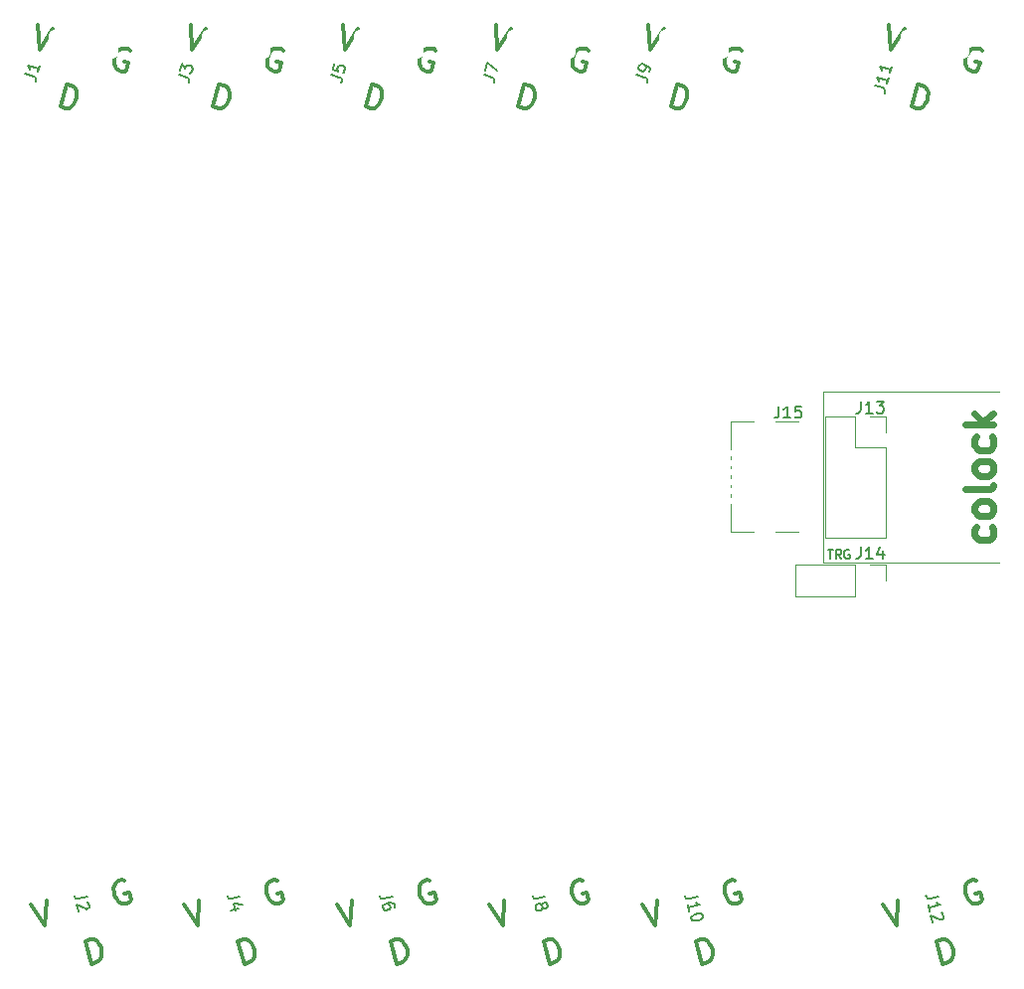
<source format=gto>
G04 #@! TF.GenerationSoftware,KiCad,Pcbnew,(5.1.10)-1*
G04 #@! TF.CreationDate,2021-11-24T21:38:53+01:00*
G04 #@! TF.ProjectId,pcb,7063622e-6b69-4636-9164-5f7063625858,rev?*
G04 #@! TF.SameCoordinates,Original*
G04 #@! TF.FileFunction,Legend,Top*
G04 #@! TF.FilePolarity,Positive*
%FSLAX46Y46*%
G04 Gerber Fmt 4.6, Leading zero omitted, Abs format (unit mm)*
G04 Created by KiCad (PCBNEW (5.1.10)-1) date 2021-11-24 21:38:53*
%MOMM*%
%LPD*%
G01*
G04 APERTURE LIST*
%ADD10C,0.160000*%
%ADD11C,0.600000*%
%ADD12C,0.120000*%
%ADD13C,0.150000*%
%ADD14C,0.300000*%
%ADD15C,0.600000*%
%ADD16O,1.700000X1.700000*%
%ADD17R,1.700000X1.700000*%
%ADD18C,1.600000*%
%ADD19O,1.700000X1.000000*%
%ADD20R,1.600000X0.700000*%
%ADD21R,1.600000X0.900000*%
%ADD22R,1.600000X0.800000*%
G04 APERTURE END LIST*
D10*
X129809523Y-106200000D02*
X129733333Y-106161904D01*
X129619047Y-106161904D01*
X129504761Y-106200000D01*
X129428571Y-106276190D01*
X129390476Y-106352380D01*
X129352380Y-106504761D01*
X129352380Y-106619047D01*
X129390476Y-106771428D01*
X129428571Y-106847619D01*
X129504761Y-106923809D01*
X129619047Y-106961904D01*
X129695238Y-106961904D01*
X129809523Y-106923809D01*
X129847619Y-106885714D01*
X129847619Y-106619047D01*
X129695238Y-106619047D01*
X129147619Y-106961904D02*
X128880952Y-106580952D01*
X128690476Y-106961904D02*
X128690476Y-106161904D01*
X128995238Y-106161904D01*
X129071428Y-106200000D01*
X129109523Y-106238095D01*
X129147619Y-106314285D01*
X129147619Y-106428571D01*
X129109523Y-106504761D01*
X129071428Y-106542857D01*
X128995238Y-106580952D01*
X128690476Y-106580952D01*
X127971428Y-106161904D02*
X128428571Y-106161904D01*
X128200000Y-106961904D02*
X128200000Y-106161904D01*
D11*
X141971428Y-104228571D02*
X142085714Y-104457142D01*
X142085714Y-104914285D01*
X141971428Y-105142857D01*
X141857142Y-105257142D01*
X141628571Y-105371428D01*
X140942857Y-105371428D01*
X140714285Y-105257142D01*
X140600000Y-105142857D01*
X140485714Y-104914285D01*
X140485714Y-104457142D01*
X140600000Y-104228571D01*
X142085714Y-102857142D02*
X141971428Y-103085714D01*
X141857142Y-103200000D01*
X141628571Y-103314285D01*
X140942857Y-103314285D01*
X140714285Y-103200000D01*
X140600000Y-103085714D01*
X140485714Y-102857142D01*
X140485714Y-102514285D01*
X140600000Y-102285714D01*
X140714285Y-102171428D01*
X140942857Y-102057142D01*
X141628571Y-102057142D01*
X141857142Y-102171428D01*
X141971428Y-102285714D01*
X142085714Y-102514285D01*
X142085714Y-102857142D01*
X142085714Y-100685714D02*
X141971428Y-100914285D01*
X141742857Y-101028571D01*
X139685714Y-101028571D01*
X142085714Y-99428571D02*
X141971428Y-99657142D01*
X141857142Y-99771428D01*
X141628571Y-99885714D01*
X140942857Y-99885714D01*
X140714285Y-99771428D01*
X140600000Y-99657142D01*
X140485714Y-99428571D01*
X140485714Y-99085714D01*
X140600000Y-98857142D01*
X140714285Y-98742857D01*
X140942857Y-98628571D01*
X141628571Y-98628571D01*
X141857142Y-98742857D01*
X141971428Y-98857142D01*
X142085714Y-99085714D01*
X142085714Y-99428571D01*
X141971428Y-96571428D02*
X142085714Y-96800000D01*
X142085714Y-97257142D01*
X141971428Y-97485714D01*
X141857142Y-97600000D01*
X141628571Y-97714285D01*
X140942857Y-97714285D01*
X140714285Y-97600000D01*
X140600000Y-97485714D01*
X140485714Y-97257142D01*
X140485714Y-96800000D01*
X140600000Y-96571428D01*
X142085714Y-95542857D02*
X139685714Y-95542857D01*
X141171428Y-95314285D02*
X142085714Y-94628571D01*
X140485714Y-94628571D02*
X141400000Y-95542857D01*
D12*
X127600000Y-107300000D02*
X142600000Y-107300000D01*
X127600000Y-92700000D02*
X127600000Y-107300000D01*
X127600000Y-92700000D02*
X142600000Y-92700000D01*
X127730000Y-94870000D02*
X130330000Y-94870000D01*
X127730000Y-94870000D02*
X127730000Y-105150000D01*
X127730000Y-105150000D02*
X132930000Y-105150000D01*
X132930000Y-97470000D02*
X132930000Y-105150000D01*
X130330000Y-97470000D02*
X132930000Y-97470000D01*
X130330000Y-94870000D02*
X130330000Y-97470000D01*
X132930000Y-94870000D02*
X132930000Y-96200000D01*
X131600000Y-94870000D02*
X132930000Y-94870000D01*
X119750000Y-95300000D02*
X119750000Y-104700000D01*
X125450000Y-104700000D02*
X123550000Y-104700000D01*
X121650000Y-104700000D02*
X119750000Y-104700000D01*
X125450000Y-95300000D02*
X123550000Y-95300000D01*
X121650000Y-95300000D02*
X119750000Y-95300000D01*
X125190000Y-107470000D02*
X125190000Y-110130000D01*
X130330000Y-107470000D02*
X125190000Y-107470000D01*
X130330000Y-110130000D02*
X125190000Y-110130000D01*
X130330000Y-107470000D02*
X130330000Y-110130000D01*
X131600000Y-107470000D02*
X132930000Y-107470000D01*
X132930000Y-107470000D02*
X132930000Y-108800000D01*
D13*
X130790476Y-93552380D02*
X130790476Y-94266666D01*
X130742857Y-94409523D01*
X130647619Y-94504761D01*
X130504761Y-94552380D01*
X130409523Y-94552380D01*
X131790476Y-94552380D02*
X131219047Y-94552380D01*
X131504761Y-94552380D02*
X131504761Y-93552380D01*
X131409523Y-93695238D01*
X131314285Y-93790476D01*
X131219047Y-93838095D01*
X132123809Y-93552380D02*
X132742857Y-93552380D01*
X132409523Y-93933333D01*
X132552380Y-93933333D01*
X132647619Y-93980952D01*
X132695238Y-94028571D01*
X132742857Y-94123809D01*
X132742857Y-94361904D01*
X132695238Y-94457142D01*
X132647619Y-94504761D01*
X132552380Y-94552380D01*
X132266666Y-94552380D01*
X132171428Y-94504761D01*
X132123809Y-94457142D01*
X72692261Y-65743155D02*
X73382208Y-65928025D01*
X73507873Y-66010996D01*
X73575217Y-66127638D01*
X73584239Y-66277953D01*
X73559589Y-66369946D01*
X72790859Y-65375183D02*
X72951080Y-64777229D01*
X73232779Y-65197802D01*
X73269753Y-65059813D01*
X73340399Y-64980144D01*
X73398720Y-64946473D01*
X73503038Y-64925125D01*
X73733020Y-64986749D01*
X73812689Y-65057395D01*
X73846360Y-65115716D01*
X73867707Y-65220034D01*
X73793759Y-65496013D01*
X73723113Y-65575681D01*
X73664792Y-65609353D01*
D14*
X73711729Y-61478483D02*
X73838042Y-63582880D01*
X74999631Y-61823575D01*
X75612839Y-68458360D02*
X76130477Y-66526508D01*
X76590442Y-66649755D01*
X76841771Y-66815696D01*
X76976458Y-67048981D01*
X77019152Y-67257616D01*
X77012547Y-67650237D01*
X76938599Y-67926216D01*
X76748008Y-68269539D01*
X76606716Y-68428875D01*
X76373432Y-68563562D01*
X76072803Y-68581607D01*
X75612839Y-68458360D01*
X81598473Y-63690327D02*
X81439136Y-63549035D01*
X81163157Y-63475086D01*
X80862529Y-63493131D01*
X80629244Y-63627818D01*
X80487953Y-63787155D01*
X80297362Y-64130477D01*
X80223414Y-64406456D01*
X80216809Y-64799077D01*
X80259503Y-65007712D01*
X80394190Y-65240997D01*
X80645519Y-65406938D01*
X80829505Y-65456237D01*
X81130133Y-65438192D01*
X81246776Y-65370849D01*
X81419322Y-64726898D01*
X81051350Y-64628301D01*
D13*
X137389765Y-135758404D02*
X136699818Y-135943275D01*
X136549503Y-135934253D01*
X136432861Y-135866909D01*
X136349890Y-135741244D01*
X136325241Y-135649251D01*
X136682658Y-136983149D02*
X136534761Y-136431191D01*
X136608710Y-136707170D02*
X137574635Y-136448351D01*
X137411997Y-136393332D01*
X137295354Y-136325989D01*
X137224708Y-136246321D01*
X137655188Y-137116951D02*
X137713510Y-137150623D01*
X137784156Y-137230291D01*
X137845779Y-137460273D01*
X137824432Y-137564591D01*
X137790760Y-137622912D01*
X137711092Y-137693558D01*
X137619099Y-137718208D01*
X137468785Y-137709185D01*
X136768931Y-137305124D01*
X136929152Y-137903078D01*
D14*
X140580835Y-134377821D02*
X140372199Y-134335127D01*
X140096220Y-134409075D01*
X139844891Y-134575016D01*
X139710204Y-134808301D01*
X139667510Y-135016936D01*
X139674115Y-135409557D01*
X139748063Y-135685536D01*
X139938654Y-136028859D01*
X140079946Y-136188195D01*
X140313230Y-136322882D01*
X140613859Y-136340927D01*
X140797844Y-136291628D01*
X141049174Y-136125687D01*
X141116517Y-136009044D01*
X140943971Y-135365094D01*
X140576000Y-135463691D01*
X137768200Y-141451578D02*
X137250562Y-139519727D01*
X137710527Y-139396479D01*
X138011155Y-139414524D01*
X138244440Y-139549211D01*
X138385731Y-139708548D01*
X138576322Y-140051870D01*
X138650270Y-140327849D01*
X138656875Y-140720470D01*
X138614181Y-140929105D01*
X138479494Y-141162390D01*
X138228165Y-141328331D01*
X137768200Y-141451578D01*
X132644792Y-136405679D02*
X133806381Y-138164984D01*
X133932694Y-136060587D01*
D13*
X116889765Y-135758404D02*
X116199818Y-135943275D01*
X116049503Y-135934253D01*
X115932861Y-135866909D01*
X115849890Y-135741244D01*
X115825241Y-135649251D01*
X116182658Y-136983149D02*
X116034761Y-136431191D01*
X116108710Y-136707170D02*
X117074635Y-136448351D01*
X116911997Y-136393332D01*
X116795354Y-136325989D01*
X116724708Y-136246321D01*
X117308805Y-137322284D02*
X117333454Y-137414277D01*
X117312107Y-137518595D01*
X117278436Y-137576916D01*
X117198767Y-137647562D01*
X117027106Y-137742857D01*
X116797124Y-137804481D01*
X116600813Y-137807783D01*
X116496496Y-137786436D01*
X116438174Y-137752764D01*
X116367529Y-137673096D01*
X116342879Y-137581103D01*
X116364226Y-137476785D01*
X116397898Y-137418464D01*
X116477566Y-137347818D01*
X116649227Y-137252523D01*
X116879210Y-137190899D01*
X117075520Y-137187597D01*
X117179838Y-137208944D01*
X117238159Y-137242616D01*
X117308805Y-137322284D01*
D14*
X120080835Y-134377821D02*
X119872199Y-134335127D01*
X119596220Y-134409075D01*
X119344891Y-134575016D01*
X119210204Y-134808301D01*
X119167510Y-135016936D01*
X119174115Y-135409557D01*
X119248063Y-135685536D01*
X119438654Y-136028859D01*
X119579946Y-136188195D01*
X119813230Y-136322882D01*
X120113859Y-136340927D01*
X120297844Y-136291628D01*
X120549174Y-136125687D01*
X120616517Y-136009044D01*
X120443971Y-135365094D01*
X120076000Y-135463691D01*
X117268200Y-141451578D02*
X116750562Y-139519727D01*
X117210527Y-139396479D01*
X117511155Y-139414524D01*
X117744440Y-139549211D01*
X117885731Y-139708548D01*
X118076322Y-140051870D01*
X118150270Y-140327849D01*
X118156875Y-140720470D01*
X118114181Y-140929105D01*
X117979494Y-141162390D01*
X117728165Y-141328331D01*
X117268200Y-141451578D01*
X112144792Y-136405679D02*
X113306381Y-138164984D01*
X113432694Y-136060587D01*
D13*
X103889765Y-135758404D02*
X103199818Y-135943275D01*
X103049503Y-135934253D01*
X102932861Y-135866909D01*
X102849890Y-135741244D01*
X102825241Y-135649251D01*
X103636018Y-136467281D02*
X103657365Y-136362963D01*
X103691037Y-136304642D01*
X103770705Y-136233996D01*
X103816701Y-136221671D01*
X103921019Y-136243018D01*
X103979340Y-136276690D01*
X104049986Y-136356358D01*
X104099285Y-136540344D01*
X104077938Y-136644662D01*
X104044266Y-136702983D01*
X103964598Y-136773629D01*
X103918601Y-136785954D01*
X103814284Y-136764607D01*
X103755962Y-136730935D01*
X103685317Y-136651267D01*
X103636018Y-136467281D01*
X103565372Y-136387612D01*
X103507051Y-136353941D01*
X103402733Y-136332594D01*
X103218747Y-136381893D01*
X103139079Y-136452538D01*
X103105407Y-136510860D01*
X103084060Y-136615177D01*
X103133359Y-136799163D01*
X103204005Y-136878831D01*
X103262326Y-136912503D01*
X103366644Y-136933850D01*
X103550630Y-136884551D01*
X103630298Y-136813905D01*
X103663970Y-136755584D01*
X103685317Y-136651267D01*
D14*
X107080835Y-134377821D02*
X106872199Y-134335127D01*
X106596220Y-134409075D01*
X106344891Y-134575016D01*
X106210204Y-134808301D01*
X106167510Y-135016936D01*
X106174115Y-135409557D01*
X106248063Y-135685536D01*
X106438654Y-136028859D01*
X106579946Y-136188195D01*
X106813230Y-136322882D01*
X107113859Y-136340927D01*
X107297844Y-136291628D01*
X107549174Y-136125687D01*
X107616517Y-136009044D01*
X107443971Y-135365094D01*
X107076000Y-135463691D01*
X104268200Y-141451578D02*
X103750562Y-139519727D01*
X104210527Y-139396479D01*
X104511155Y-139414524D01*
X104744440Y-139549211D01*
X104885731Y-139708548D01*
X105076322Y-140051870D01*
X105150270Y-140327849D01*
X105156875Y-140720470D01*
X105114181Y-140929105D01*
X104979494Y-141162390D01*
X104728165Y-141328331D01*
X104268200Y-141451578D01*
X99144792Y-136405679D02*
X100306381Y-138164984D01*
X100432694Y-136060587D01*
D13*
X90889765Y-135758404D02*
X90199818Y-135943275D01*
X90049503Y-135934253D01*
X89932861Y-135866909D01*
X89849890Y-135741244D01*
X89825241Y-135649251D01*
X91123934Y-136632337D02*
X91074635Y-136448351D01*
X91003989Y-136368683D01*
X90945668Y-136335011D01*
X90783029Y-136279992D01*
X90586719Y-136283295D01*
X90218747Y-136381893D01*
X90139079Y-136452538D01*
X90105407Y-136510860D01*
X90084060Y-136615177D01*
X90133359Y-136799163D01*
X90204005Y-136878831D01*
X90262326Y-136912503D01*
X90366644Y-136933850D01*
X90596626Y-136872227D01*
X90676294Y-136801581D01*
X90709966Y-136743260D01*
X90731313Y-136638942D01*
X90682014Y-136454956D01*
X90611368Y-136375288D01*
X90553047Y-136341616D01*
X90448729Y-136320269D01*
D14*
X94080835Y-134377821D02*
X93872199Y-134335127D01*
X93596220Y-134409075D01*
X93344891Y-134575016D01*
X93210204Y-134808301D01*
X93167510Y-135016936D01*
X93174115Y-135409557D01*
X93248063Y-135685536D01*
X93438654Y-136028859D01*
X93579946Y-136188195D01*
X93813230Y-136322882D01*
X94113859Y-136340927D01*
X94297844Y-136291628D01*
X94549174Y-136125687D01*
X94616517Y-136009044D01*
X94443971Y-135365094D01*
X94076000Y-135463691D01*
X91268200Y-141451578D02*
X90750562Y-139519727D01*
X91210527Y-139396479D01*
X91511155Y-139414524D01*
X91744440Y-139549211D01*
X91885731Y-139708548D01*
X92076322Y-140051870D01*
X92150270Y-140327849D01*
X92156875Y-140720470D01*
X92114181Y-140929105D01*
X91979494Y-141162390D01*
X91728165Y-141328331D01*
X91268200Y-141451578D01*
X86144792Y-136405679D02*
X87306381Y-138164984D01*
X87432694Y-136060587D01*
D13*
X77889765Y-135758404D02*
X77199818Y-135943275D01*
X77049503Y-135934253D01*
X76932861Y-135866909D01*
X76849890Y-135741244D01*
X76825241Y-135649251D01*
X77801959Y-136718610D02*
X77158008Y-136891156D01*
X78108307Y-136390030D02*
X77356737Y-136344918D01*
X77516958Y-136942873D01*
D14*
X81080835Y-134377821D02*
X80872199Y-134335127D01*
X80596220Y-134409075D01*
X80344891Y-134575016D01*
X80210204Y-134808301D01*
X80167510Y-135016936D01*
X80174115Y-135409557D01*
X80248063Y-135685536D01*
X80438654Y-136028859D01*
X80579946Y-136188195D01*
X80813230Y-136322882D01*
X81113859Y-136340927D01*
X81297844Y-136291628D01*
X81549174Y-136125687D01*
X81616517Y-136009044D01*
X81443971Y-135365094D01*
X81076000Y-135463691D01*
X78268200Y-141451578D02*
X77750562Y-139519727D01*
X78210527Y-139396479D01*
X78511155Y-139414524D01*
X78744440Y-139549211D01*
X78885731Y-139708548D01*
X79076322Y-140051870D01*
X79150270Y-140327849D01*
X79156875Y-140720470D01*
X79114181Y-140929105D01*
X78979494Y-141162390D01*
X78728165Y-141328331D01*
X78268200Y-141451578D01*
X73144792Y-136405679D02*
X74306381Y-138164984D01*
X74432694Y-136060587D01*
D13*
X64889765Y-135758404D02*
X64199818Y-135943275D01*
X64049503Y-135934253D01*
X63932861Y-135866909D01*
X63849890Y-135741244D01*
X63825241Y-135649251D01*
X64908694Y-136197022D02*
X64967015Y-136230694D01*
X65037661Y-136310362D01*
X65099285Y-136540344D01*
X65077938Y-136644662D01*
X65044266Y-136702983D01*
X64964598Y-136773629D01*
X64872605Y-136798278D01*
X64722291Y-136789256D01*
X64022437Y-136385195D01*
X64182658Y-136983149D01*
D14*
X68080835Y-134377821D02*
X67872199Y-134335127D01*
X67596220Y-134409075D01*
X67344891Y-134575016D01*
X67210204Y-134808301D01*
X67167510Y-135016936D01*
X67174115Y-135409557D01*
X67248063Y-135685536D01*
X67438654Y-136028859D01*
X67579946Y-136188195D01*
X67813230Y-136322882D01*
X68113859Y-136340927D01*
X68297844Y-136291628D01*
X68549174Y-136125687D01*
X68616517Y-136009044D01*
X68443971Y-135365094D01*
X68076000Y-135463691D01*
X65268200Y-141451578D02*
X64750562Y-139519727D01*
X65210527Y-139396479D01*
X65511155Y-139414524D01*
X65744440Y-139549211D01*
X65885731Y-139708548D01*
X66076322Y-140051870D01*
X66150270Y-140327849D01*
X66156875Y-140720470D01*
X66114181Y-140929105D01*
X65979494Y-141162390D01*
X65728165Y-141328331D01*
X65268200Y-141451578D01*
X60144792Y-136405679D02*
X61306381Y-138164984D01*
X61432694Y-136060587D01*
D13*
X131945767Y-66663084D02*
X132635714Y-66847955D01*
X132761379Y-66930925D01*
X132828722Y-67047568D01*
X132837745Y-67197882D01*
X132813095Y-67289875D01*
X133170512Y-65955977D02*
X133022615Y-66507935D01*
X133096564Y-66231956D02*
X132130638Y-65973137D01*
X132243978Y-66102104D01*
X132311321Y-66218747D01*
X132332668Y-66323064D01*
X133417006Y-65036048D02*
X133269110Y-65588006D01*
X133343058Y-65312027D02*
X132377132Y-65053208D01*
X132490472Y-65182175D01*
X132557816Y-65298817D01*
X132579163Y-65403135D01*
D14*
X133211729Y-61478483D02*
X133338042Y-63582880D01*
X134499631Y-61823575D01*
X135112839Y-68458360D02*
X135630477Y-66526508D01*
X136090442Y-66649755D01*
X136341771Y-66815696D01*
X136476458Y-67048981D01*
X136519152Y-67257616D01*
X136512547Y-67650237D01*
X136438599Y-67926216D01*
X136248008Y-68269539D01*
X136106716Y-68428875D01*
X135873432Y-68563562D01*
X135572803Y-68581607D01*
X135112839Y-68458360D01*
X141098473Y-63690327D02*
X140939136Y-63549035D01*
X140663157Y-63475086D01*
X140362529Y-63493131D01*
X140129244Y-63627818D01*
X139987953Y-63787155D01*
X139797362Y-64130477D01*
X139723414Y-64406456D01*
X139716809Y-64799077D01*
X139759503Y-65007712D01*
X139894190Y-65240997D01*
X140145519Y-65406938D01*
X140329505Y-65456237D01*
X140630133Y-65438192D01*
X140746776Y-65370849D01*
X140919322Y-64726898D01*
X140551350Y-64628301D01*
D13*
X111692261Y-65743155D02*
X112382208Y-65928025D01*
X112507873Y-66010996D01*
X112575217Y-66127638D01*
X112584239Y-66277953D01*
X112559589Y-66369946D01*
X112793759Y-65496013D02*
X112843058Y-65312027D01*
X112821711Y-65207709D01*
X112788039Y-65149388D01*
X112674699Y-65020421D01*
X112503038Y-64925125D01*
X112135066Y-64826528D01*
X112030749Y-64847875D01*
X111972427Y-64881547D01*
X111901782Y-64961215D01*
X111852483Y-65145201D01*
X111873830Y-65249518D01*
X111907501Y-65307839D01*
X111987170Y-65378485D01*
X112217152Y-65440109D01*
X112321470Y-65418762D01*
X112379791Y-65385090D01*
X112450437Y-65305422D01*
X112499736Y-65121436D01*
X112478389Y-65017118D01*
X112444717Y-64958797D01*
X112365049Y-64888151D01*
D14*
X112711729Y-61478483D02*
X112838042Y-63582880D01*
X113999631Y-61823575D01*
X114612839Y-68458360D02*
X115130477Y-66526508D01*
X115590442Y-66649755D01*
X115841771Y-66815696D01*
X115976458Y-67048981D01*
X116019152Y-67257616D01*
X116012547Y-67650237D01*
X115938599Y-67926216D01*
X115748008Y-68269539D01*
X115606716Y-68428875D01*
X115373432Y-68563562D01*
X115072803Y-68581607D01*
X114612839Y-68458360D01*
X120598473Y-63690327D02*
X120439136Y-63549035D01*
X120163157Y-63475086D01*
X119862529Y-63493131D01*
X119629244Y-63627818D01*
X119487953Y-63787155D01*
X119297362Y-64130477D01*
X119223414Y-64406456D01*
X119216809Y-64799077D01*
X119259503Y-65007712D01*
X119394190Y-65240997D01*
X119645519Y-65406938D01*
X119829505Y-65456237D01*
X120130133Y-65438192D01*
X120246776Y-65370849D01*
X120419322Y-64726898D01*
X120051350Y-64628301D01*
D13*
X98692261Y-65743155D02*
X99382208Y-65928025D01*
X99507873Y-66010996D01*
X99575217Y-66127638D01*
X99584239Y-66277953D01*
X99559589Y-66369946D01*
X98790859Y-65375183D02*
X98963405Y-64731232D01*
X99818408Y-65404020D01*
D14*
X99711729Y-61478483D02*
X99838042Y-63582880D01*
X100999631Y-61823575D01*
X101612839Y-68458360D02*
X102130477Y-66526508D01*
X102590442Y-66649755D01*
X102841771Y-66815696D01*
X102976458Y-67048981D01*
X103019152Y-67257616D01*
X103012547Y-67650237D01*
X102938599Y-67926216D01*
X102748008Y-68269539D01*
X102606716Y-68428875D01*
X102373432Y-68563562D01*
X102072803Y-68581607D01*
X101612839Y-68458360D01*
X107598473Y-63690327D02*
X107439136Y-63549035D01*
X107163157Y-63475086D01*
X106862529Y-63493131D01*
X106629244Y-63627818D01*
X106487953Y-63787155D01*
X106297362Y-64130477D01*
X106223414Y-64406456D01*
X106216809Y-64799077D01*
X106259503Y-65007712D01*
X106394190Y-65240997D01*
X106645519Y-65406938D01*
X106829505Y-65456237D01*
X107130133Y-65438192D01*
X107246776Y-65370849D01*
X107419322Y-64726898D01*
X107051350Y-64628301D01*
D13*
X85692261Y-65743155D02*
X86382208Y-65928025D01*
X86507873Y-66010996D01*
X86575217Y-66127638D01*
X86584239Y-66277953D01*
X86559589Y-66369946D01*
X85938756Y-64823225D02*
X85815509Y-65283190D01*
X86263148Y-65452434D01*
X86229477Y-65394112D01*
X86208130Y-65289795D01*
X86269753Y-65059813D01*
X86340399Y-64980144D01*
X86398720Y-64946473D01*
X86503038Y-64925125D01*
X86733020Y-64986749D01*
X86812689Y-65057395D01*
X86846360Y-65115716D01*
X86867707Y-65220034D01*
X86806084Y-65450016D01*
X86735438Y-65529684D01*
X86677117Y-65563356D01*
D14*
X86711729Y-61478483D02*
X86838042Y-63582880D01*
X87999631Y-61823575D01*
X88612839Y-68458360D02*
X89130477Y-66526508D01*
X89590442Y-66649755D01*
X89841771Y-66815696D01*
X89976458Y-67048981D01*
X90019152Y-67257616D01*
X90012547Y-67650237D01*
X89938599Y-67926216D01*
X89748008Y-68269539D01*
X89606716Y-68428875D01*
X89373432Y-68563562D01*
X89072803Y-68581607D01*
X88612839Y-68458360D01*
X94598473Y-63690327D02*
X94439136Y-63549035D01*
X94163157Y-63475086D01*
X93862529Y-63493131D01*
X93629244Y-63627818D01*
X93487953Y-63787155D01*
X93297362Y-64130477D01*
X93223414Y-64406456D01*
X93216809Y-64799077D01*
X93259503Y-65007712D01*
X93394190Y-65240997D01*
X93645519Y-65406938D01*
X93829505Y-65456237D01*
X94130133Y-65438192D01*
X94246776Y-65370849D01*
X94419322Y-64726898D01*
X94051350Y-64628301D01*
D13*
X59631847Y-65658126D02*
X60321794Y-65842997D01*
X60447459Y-65925968D01*
X60514802Y-66042610D01*
X60523824Y-66192924D01*
X60499175Y-66284917D01*
X60856592Y-64951020D02*
X60708695Y-65502977D01*
X60782643Y-65226998D02*
X59816718Y-64968179D01*
X59930058Y-65097146D01*
X59997401Y-65213789D01*
X60018748Y-65318106D01*
D14*
X60711729Y-61478483D02*
X60838042Y-63582880D01*
X61999631Y-61823575D01*
X62612839Y-68458360D02*
X63130477Y-66526508D01*
X63590442Y-66649755D01*
X63841771Y-66815696D01*
X63976458Y-67048981D01*
X64019152Y-67257616D01*
X64012547Y-67650237D01*
X63938599Y-67926216D01*
X63748008Y-68269539D01*
X63606716Y-68428875D01*
X63373432Y-68563562D01*
X63072803Y-68581607D01*
X62612839Y-68458360D01*
X68598473Y-63690327D02*
X68439136Y-63549035D01*
X68163157Y-63475086D01*
X67862529Y-63493131D01*
X67629244Y-63627818D01*
X67487953Y-63787155D01*
X67297362Y-64130477D01*
X67223414Y-64406456D01*
X67216809Y-64799077D01*
X67259503Y-65007712D01*
X67394190Y-65240997D01*
X67645519Y-65406938D01*
X67829505Y-65456237D01*
X68130133Y-65438192D01*
X68246776Y-65370849D01*
X68419322Y-64726898D01*
X68051350Y-64628301D01*
D13*
X123790476Y-93952380D02*
X123790476Y-94666666D01*
X123742857Y-94809523D01*
X123647619Y-94904761D01*
X123504761Y-94952380D01*
X123409523Y-94952380D01*
X124790476Y-94952380D02*
X124219047Y-94952380D01*
X124504761Y-94952380D02*
X124504761Y-93952380D01*
X124409523Y-94095238D01*
X124314285Y-94190476D01*
X124219047Y-94238095D01*
X125695238Y-93952380D02*
X125219047Y-93952380D01*
X125171428Y-94428571D01*
X125219047Y-94380952D01*
X125314285Y-94333333D01*
X125552380Y-94333333D01*
X125647619Y-94380952D01*
X125695238Y-94428571D01*
X125742857Y-94523809D01*
X125742857Y-94761904D01*
X125695238Y-94857142D01*
X125647619Y-94904761D01*
X125552380Y-94952380D01*
X125314285Y-94952380D01*
X125219047Y-94904761D01*
X125171428Y-94857142D01*
X130790476Y-105952380D02*
X130790476Y-106666666D01*
X130742857Y-106809523D01*
X130647619Y-106904761D01*
X130504761Y-106952380D01*
X130409523Y-106952380D01*
X131790476Y-106952380D02*
X131219047Y-106952380D01*
X131504761Y-106952380D02*
X131504761Y-105952380D01*
X131409523Y-106095238D01*
X131314285Y-106190476D01*
X131219047Y-106238095D01*
X132647619Y-106285714D02*
X132647619Y-106952380D01*
X132409523Y-105904761D02*
X132171428Y-106619047D01*
X132790476Y-106619047D01*
%LPC*%
D15*
X50500000Y-60500000D03*
X51300000Y-60500000D03*
X50500000Y-58100000D03*
X51300000Y-58100000D03*
X54500000Y-58100000D03*
X54500000Y-60500000D03*
X52100000Y-58100000D03*
X53700000Y-58100000D03*
X53700000Y-60500000D03*
X52100000Y-60500000D03*
X52900000Y-58100000D03*
X52900000Y-60500000D03*
X50500000Y-144700000D03*
X51300000Y-144700000D03*
X50500000Y-142300000D03*
X51300000Y-142300000D03*
X54500000Y-142300000D03*
X54500000Y-144700000D03*
X52100000Y-142300000D03*
X53700000Y-142300000D03*
X53700000Y-144700000D03*
X52100000Y-144700000D03*
X52900000Y-142300000D03*
X52900000Y-144700000D03*
X125000000Y-144700000D03*
X125800000Y-144700000D03*
X125000000Y-142300000D03*
X125800000Y-142300000D03*
X129000000Y-142300000D03*
X129000000Y-144700000D03*
X126600000Y-142300000D03*
X128200000Y-142300000D03*
X128200000Y-144700000D03*
X126600000Y-144700000D03*
X127400000Y-142300000D03*
X127400000Y-144700000D03*
X125300000Y-60500000D03*
X126100000Y-60500000D03*
X125300000Y-58100000D03*
X126100000Y-58100000D03*
X129300000Y-58100000D03*
X129300000Y-60500000D03*
X126900000Y-58100000D03*
X128500000Y-58100000D03*
X128500000Y-60500000D03*
X126900000Y-60500000D03*
X127700000Y-58100000D03*
X127700000Y-60500000D03*
X145500000Y-144700000D03*
X146300000Y-144700000D03*
X145500000Y-142300000D03*
X146300000Y-142300000D03*
X149500000Y-142300000D03*
X149500000Y-144700000D03*
X147100000Y-142300000D03*
X148700000Y-142300000D03*
X148700000Y-144700000D03*
X147100000Y-144700000D03*
X147900000Y-142300000D03*
X147900000Y-144700000D03*
X145500000Y-60500000D03*
X146300000Y-60500000D03*
X145500000Y-58100000D03*
X146300000Y-58100000D03*
X149500000Y-58100000D03*
X149500000Y-60500000D03*
X147100000Y-58100000D03*
X148700000Y-58100000D03*
X148700000Y-60500000D03*
X147100000Y-60500000D03*
X147900000Y-58100000D03*
X147900000Y-60500000D03*
X139201905Y-120712345D03*
X139327053Y-121502495D03*
X141572357Y-120336902D03*
X141697505Y-121127053D03*
X142198095Y-124287655D03*
X139827643Y-124663098D03*
X141822652Y-121917203D03*
X142072947Y-123497505D03*
X139702495Y-123872947D03*
X139452200Y-122292646D03*
X141947800Y-122707354D03*
X139577348Y-123082797D03*
X139827643Y-75336902D03*
X139702495Y-76127053D03*
X142198095Y-75712345D03*
X142072947Y-76502495D03*
X141572357Y-79663098D03*
X139201905Y-79287655D03*
X141947800Y-77292646D03*
X141697505Y-78872947D03*
X139327053Y-78497505D03*
X139577348Y-76917203D03*
X141822652Y-78082797D03*
X139452200Y-77707354D03*
X52300000Y-98000000D03*
X52300000Y-98800000D03*
X54700000Y-98000000D03*
X54700000Y-98800000D03*
X54700000Y-102000000D03*
X52300000Y-102000000D03*
X54700000Y-99600000D03*
X54700000Y-101200000D03*
X52300000Y-101200000D03*
X52300000Y-99600000D03*
X54700000Y-100400000D03*
X52300000Y-100400000D03*
X53701905Y-120712345D03*
X53827053Y-121502495D03*
X56072357Y-120336902D03*
X56197505Y-121127053D03*
X56698095Y-124287655D03*
X54327643Y-124663098D03*
X56322652Y-121917203D03*
X56572947Y-123497505D03*
X54202495Y-123872947D03*
X53952200Y-122292646D03*
X56447800Y-122707354D03*
X54077348Y-123082797D03*
X54327643Y-75336902D03*
X54202495Y-76127053D03*
X56698095Y-75712345D03*
X56572947Y-76502495D03*
X56072357Y-79663098D03*
X53701905Y-79287655D03*
X56447800Y-77292646D03*
X56197505Y-78872947D03*
X53827053Y-78497505D03*
X54077348Y-76917203D03*
X56322652Y-78082797D03*
X53952200Y-77707354D03*
X126201905Y-120712345D03*
X126327053Y-121502495D03*
X128572357Y-120336902D03*
X128697505Y-121127053D03*
X129198095Y-124287655D03*
X126827643Y-124663098D03*
X128822652Y-121917203D03*
X129072947Y-123497505D03*
X126702495Y-123872947D03*
X126452200Y-122292646D03*
X128947800Y-122707354D03*
X126577348Y-123082797D03*
X126827643Y-75336902D03*
X126702495Y-76127053D03*
X129198095Y-75712345D03*
X129072947Y-76502495D03*
X128572357Y-79663098D03*
X126201905Y-79287655D03*
X128947800Y-77292646D03*
X128697505Y-78872947D03*
X126327053Y-78497505D03*
X126577348Y-76917203D03*
X128822652Y-78082797D03*
X126452200Y-77707354D03*
X117300000Y-98000000D03*
X117300000Y-98800000D03*
X119700000Y-98000000D03*
X119700000Y-98800000D03*
X119700000Y-102000000D03*
X117300000Y-102000000D03*
X119700000Y-99600000D03*
X119700000Y-101200000D03*
X117300000Y-101200000D03*
X117300000Y-99600000D03*
X119700000Y-100400000D03*
X117300000Y-100400000D03*
X118701905Y-120712345D03*
X118827053Y-121502495D03*
X121072357Y-120336902D03*
X121197505Y-121127053D03*
X121698095Y-124287655D03*
X119327643Y-124663098D03*
X121322652Y-121917203D03*
X121572947Y-123497505D03*
X119202495Y-123872947D03*
X118952200Y-122292646D03*
X121447800Y-122707354D03*
X119077348Y-123082797D03*
X119327643Y-75336902D03*
X119202495Y-76127053D03*
X121698095Y-75712345D03*
X121572947Y-76502495D03*
X121072357Y-79663098D03*
X118701905Y-79287655D03*
X121447800Y-77292646D03*
X121197505Y-78872947D03*
X118827053Y-78497505D03*
X119077348Y-76917203D03*
X121322652Y-78082797D03*
X118952200Y-77707354D03*
X104300000Y-98000000D03*
X104300000Y-98800000D03*
X106700000Y-98000000D03*
X106700000Y-98800000D03*
X106700000Y-102000000D03*
X104300000Y-102000000D03*
X106700000Y-99600000D03*
X106700000Y-101200000D03*
X104300000Y-101200000D03*
X104300000Y-99600000D03*
X106700000Y-100400000D03*
X104300000Y-100400000D03*
X105701905Y-120712345D03*
X105827053Y-121502495D03*
X108072357Y-120336902D03*
X108197505Y-121127053D03*
X108698095Y-124287655D03*
X106327643Y-124663098D03*
X108322652Y-121917203D03*
X108572947Y-123497505D03*
X106202495Y-123872947D03*
X105952200Y-122292646D03*
X108447800Y-122707354D03*
X106077348Y-123082797D03*
X106327643Y-75336902D03*
X106202495Y-76127053D03*
X108698095Y-75712345D03*
X108572947Y-76502495D03*
X108072357Y-79663098D03*
X105701905Y-79287655D03*
X108447800Y-77292646D03*
X108197505Y-78872947D03*
X105827053Y-78497505D03*
X106077348Y-76917203D03*
X108322652Y-78082797D03*
X105952200Y-77707354D03*
X91300000Y-98000000D03*
X91300000Y-98800000D03*
X93700000Y-98000000D03*
X93700000Y-98800000D03*
X93700000Y-102000000D03*
X91300000Y-102000000D03*
X93700000Y-99600000D03*
X93700000Y-101200000D03*
X91300000Y-101200000D03*
X91300000Y-99600000D03*
X93700000Y-100400000D03*
X91300000Y-100400000D03*
X92701905Y-120712345D03*
X92827053Y-121502495D03*
X95072357Y-120336902D03*
X95197505Y-121127053D03*
X95698095Y-124287655D03*
X93327643Y-124663098D03*
X95322652Y-121917203D03*
X95572947Y-123497505D03*
X93202495Y-123872947D03*
X92952200Y-122292646D03*
X95447800Y-122707354D03*
X93077348Y-123082797D03*
X93327643Y-75336902D03*
X93202495Y-76127053D03*
X95698095Y-75712345D03*
X95572947Y-76502495D03*
X95072357Y-79663098D03*
X92701905Y-79287655D03*
X95447800Y-77292646D03*
X95197505Y-78872947D03*
X92827053Y-78497505D03*
X93077348Y-76917203D03*
X95322652Y-78082797D03*
X92952200Y-77707354D03*
X78300000Y-98000000D03*
X78300000Y-98800000D03*
X80700000Y-98000000D03*
X80700000Y-98800000D03*
X80700000Y-102000000D03*
X78300000Y-102000000D03*
X80700000Y-99600000D03*
X80700000Y-101200000D03*
X78300000Y-101200000D03*
X78300000Y-99600000D03*
X80700000Y-100400000D03*
X78300000Y-100400000D03*
X79701905Y-120712345D03*
X79827053Y-121502495D03*
X82072357Y-120336902D03*
X82197505Y-121127053D03*
X82698095Y-124287655D03*
X80327643Y-124663098D03*
X82322652Y-121917203D03*
X82572947Y-123497505D03*
X80202495Y-123872947D03*
X79952200Y-122292646D03*
X82447800Y-122707354D03*
X80077348Y-123082797D03*
X80327643Y-75336902D03*
X80202495Y-76127053D03*
X82698095Y-75712345D03*
X82572947Y-76502495D03*
X82072357Y-79663098D03*
X79701905Y-79287655D03*
X82447800Y-77292646D03*
X82197505Y-78872947D03*
X79827053Y-78497505D03*
X80077348Y-76917203D03*
X82322652Y-78082797D03*
X79952200Y-77707354D03*
X66701905Y-120712345D03*
X66827053Y-121502495D03*
X69072357Y-120336902D03*
X69197505Y-121127053D03*
X69698095Y-124287655D03*
X67327643Y-124663098D03*
X69322652Y-121917203D03*
X69572947Y-123497505D03*
X67202495Y-123872947D03*
X66952200Y-122292646D03*
X69447800Y-122707354D03*
X67077348Y-123082797D03*
X67327643Y-75336902D03*
X67202495Y-76127053D03*
X69698095Y-75712345D03*
X69572947Y-76502495D03*
X69072357Y-79663098D03*
X66701905Y-79287655D03*
X69447800Y-77292646D03*
X69197505Y-78872947D03*
X66827053Y-78497505D03*
X67077348Y-76917203D03*
X69322652Y-78082797D03*
X66952200Y-77707354D03*
X65300000Y-98000000D03*
X65300000Y-98800000D03*
X67700000Y-98000000D03*
X67700000Y-98800000D03*
X67700000Y-102000000D03*
X65300000Y-102000000D03*
X67700000Y-99600000D03*
X67700000Y-101200000D03*
X65300000Y-101200000D03*
X65300000Y-99600000D03*
X67700000Y-100400000D03*
X65300000Y-100400000D03*
D16*
X129060000Y-103820000D03*
X131600000Y-103820000D03*
X129060000Y-101280000D03*
X131600000Y-101280000D03*
X129060000Y-98740000D03*
X131600000Y-98740000D03*
X129060000Y-96200000D03*
D17*
X131600000Y-96200000D03*
D18*
X76063443Y-64743647D03*
X75409029Y-62549509D03*
X79755695Y-63714195D03*
X74719260Y-60294133D03*
X78091887Y-65287167D03*
X81480740Y-62105867D03*
X137704706Y-142861285D03*
X136237550Y-141442675D03*
X140101254Y-140407399D03*
X140980740Y-137894133D03*
X139539965Y-142369529D03*
X134219260Y-139705867D03*
X117204706Y-142861285D03*
X115737550Y-141442675D03*
X119601254Y-140407399D03*
X120480740Y-137894133D03*
X119039965Y-142369529D03*
X113719260Y-139705867D03*
X104204706Y-142861285D03*
X102737550Y-141442675D03*
X106601254Y-140407399D03*
X107480740Y-137894133D03*
X106039965Y-142369529D03*
X100719260Y-139705867D03*
X91204706Y-142861285D03*
X89737550Y-141442675D03*
X93601254Y-140407399D03*
X94480740Y-137894133D03*
X93039965Y-142369529D03*
X87719260Y-139705867D03*
X78204706Y-142861285D03*
X76737550Y-141442675D03*
X80601254Y-140407399D03*
X81480740Y-137894133D03*
X80039965Y-142369529D03*
X74719260Y-139705867D03*
X65204706Y-142861285D03*
X63737550Y-141442675D03*
X67601254Y-140407399D03*
X68480740Y-137894133D03*
X67039965Y-142369529D03*
X61719260Y-139705867D03*
X135563443Y-64743647D03*
X134909029Y-62549509D03*
X139255695Y-63714195D03*
X134219260Y-60294133D03*
X137591887Y-65287167D03*
X140980740Y-62105867D03*
X115063443Y-64743647D03*
X114409029Y-62549509D03*
X118755695Y-63714195D03*
X113719260Y-60294133D03*
X117091887Y-65287167D03*
X120480740Y-62105867D03*
X102063443Y-64743647D03*
X101409029Y-62549509D03*
X105755695Y-63714195D03*
X100719260Y-60294133D03*
X104091887Y-65287167D03*
X107480740Y-62105867D03*
X89063443Y-64743647D03*
X88409029Y-62549509D03*
X92755695Y-63714195D03*
X87719260Y-60294133D03*
X91091887Y-65287167D03*
X94480740Y-62105867D03*
X63063443Y-64743647D03*
X62409029Y-62549509D03*
X66755695Y-63714195D03*
X61719260Y-60294133D03*
X65091887Y-65287167D03*
X68480740Y-62105867D03*
D19*
X122600000Y-104320000D03*
X122600000Y-95680000D03*
X126400000Y-95680000D03*
X126400000Y-104320000D03*
D20*
X126580000Y-100500000D03*
X126580000Y-99500000D03*
D21*
X126580000Y-102750000D03*
X126580000Y-97250000D03*
D22*
X126580000Y-98480000D03*
X126580000Y-101520000D03*
D16*
X126520000Y-108800000D03*
X129060000Y-108800000D03*
D17*
X131600000Y-108800000D03*
M02*

</source>
